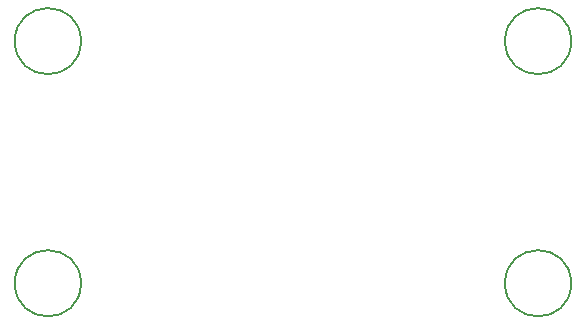
<source format=gbr>
G04 #@! TF.GenerationSoftware,KiCad,Pcbnew,5.1.6-c6e7f7d~87~ubuntu20.04.1*
G04 #@! TF.CreationDate,2020-08-21T14:16:14+01:00*
G04 #@! TF.ProjectId,hum_temp_sensor,68756d5f-7465-46d7-905f-73656e736f72,rev?*
G04 #@! TF.SameCoordinates,Original*
G04 #@! TF.FileFunction,Other,Comment*
%FSLAX46Y46*%
G04 Gerber Fmt 4.6, Leading zero omitted, Abs format (unit mm)*
G04 Created by KiCad (PCBNEW 5.1.6-c6e7f7d~87~ubuntu20.04.1) date 2020-08-21 14:16:14*
%MOMM*%
%LPD*%
G01*
G04 APERTURE LIST*
%ADD10C,0.150000*%
G04 APERTURE END LIST*
D10*
X91800000Y-119500000D02*
G75*
G03*
X91800000Y-119500000I-2800000J0D01*
G01*
X91800000Y-99000000D02*
G75*
G03*
X91800000Y-99000000I-2800000J0D01*
G01*
X133300000Y-119500000D02*
G75*
G03*
X133300000Y-119500000I-2800000J0D01*
G01*
X133300000Y-99000000D02*
G75*
G03*
X133300000Y-99000000I-2800000J0D01*
G01*
M02*

</source>
